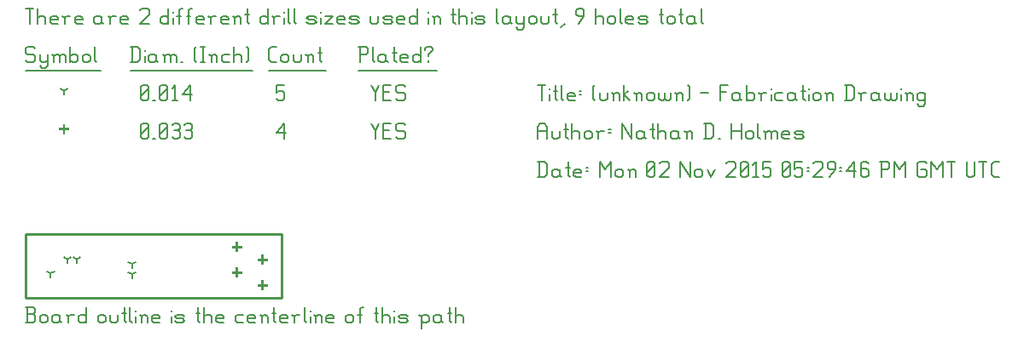
<source format=gbr>
G04 start of page 12 for group -3984 idx -3984 *
G04 Title: (unknown), fab *
G04 Creator: pcb 20140316 *
G04 CreationDate: Mon 02 Nov 2015 05:29:46 PM GMT UTC *
G04 For: ndholmes *
G04 Format: Gerber/RS-274X *
G04 PCB-Dimensions (mil): 1000.00 250.00 *
G04 PCB-Coordinate-Origin: lower left *
%MOIN*%
%FSLAX25Y25*%
%LNFAB*%
%ADD42C,0.0100*%
%ADD41C,0.0075*%
%ADD40C,0.0060*%
%ADD39R,0.0080X0.0080*%
G54D39*X92500Y6600D02*Y3400D01*
X90900Y5000D02*X94100D01*
X82500Y11600D02*Y8400D01*
X80900Y10000D02*X84100D01*
X92500Y16600D02*Y13400D01*
X90900Y15000D02*X94100D01*
X82500Y21600D02*Y18400D01*
X80900Y20000D02*X84100D01*
X15000Y67850D02*Y64650D01*
X13400Y66250D02*X16600D01*
G54D40*X135000Y68500D02*X136500Y65500D01*
X138000Y68500D01*
X136500Y65500D02*Y62500D01*
X139800Y65800D02*X142050D01*
X139800Y62500D02*X142800D01*
X139800Y68500D02*Y62500D01*
Y68500D02*X142800D01*
X147600D02*X148350Y67750D01*
X145350Y68500D02*X147600D01*
X144600Y67750D02*X145350Y68500D01*
X144600Y67750D02*Y66250D01*
X145350Y65500D01*
X147600D01*
X148350Y64750D01*
Y63250D01*
X147600Y62500D02*X148350Y63250D01*
X145350Y62500D02*X147600D01*
X144600Y63250D02*X145350Y62500D01*
X98000Y64750D02*X101000Y68500D01*
X98000Y64750D02*X101750D01*
X101000Y68500D02*Y62500D01*
X45000Y63250D02*X45750Y62500D01*
X45000Y67750D02*Y63250D01*
Y67750D02*X45750Y68500D01*
X47250D01*
X48000Y67750D01*
Y63250D01*
X47250Y62500D02*X48000Y63250D01*
X45750Y62500D02*X47250D01*
X45000Y64000D02*X48000Y67000D01*
X49800Y62500D02*X50550D01*
X52350Y63250D02*X53100Y62500D01*
X52350Y67750D02*Y63250D01*
Y67750D02*X53100Y68500D01*
X54600D01*
X55350Y67750D01*
Y63250D01*
X54600Y62500D02*X55350Y63250D01*
X53100Y62500D02*X54600D01*
X52350Y64000D02*X55350Y67000D01*
X57150Y67750D02*X57900Y68500D01*
X59400D01*
X60150Y67750D01*
X59400Y62500D02*X60150Y63250D01*
X57900Y62500D02*X59400D01*
X57150Y63250D02*X57900Y62500D01*
Y65800D02*X59400D01*
X60150Y67750D02*Y66550D01*
Y65050D02*Y63250D01*
Y65050D02*X59400Y65800D01*
X60150Y66550D02*X59400Y65800D01*
X61950Y67750D02*X62700Y68500D01*
X64200D01*
X64950Y67750D01*
X64200Y62500D02*X64950Y63250D01*
X62700Y62500D02*X64200D01*
X61950Y63250D02*X62700Y62500D01*
Y65800D02*X64200D01*
X64950Y67750D02*Y66550D01*
Y65050D02*Y63250D01*
Y65050D02*X64200Y65800D01*
X64950Y66550D02*X64200Y65800D01*
X41500Y13500D02*Y11900D01*
Y13500D02*X42887Y14300D01*
X41500Y13500D02*X40113Y14300D01*
X41500Y9500D02*Y7900D01*
Y9500D02*X42887Y10300D01*
X41500Y9500D02*X40113Y10300D01*
X19900Y15300D02*Y13700D01*
Y15300D02*X21287Y16100D01*
X19900Y15300D02*X18513Y16100D01*
X16200Y15300D02*Y13700D01*
Y15300D02*X17587Y16100D01*
X16200Y15300D02*X14813Y16100D01*
X9800Y9700D02*Y8100D01*
Y9700D02*X11187Y10500D01*
X9800Y9700D02*X8413Y10500D01*
X15000Y81250D02*Y79650D01*
Y81250D02*X16387Y82050D01*
X15000Y81250D02*X13613Y82050D01*
X135000Y83500D02*X136500Y80500D01*
X138000Y83500D01*
X136500Y80500D02*Y77500D01*
X139800Y80800D02*X142050D01*
X139800Y77500D02*X142800D01*
X139800Y83500D02*Y77500D01*
Y83500D02*X142800D01*
X147600D02*X148350Y82750D01*
X145350Y83500D02*X147600D01*
X144600Y82750D02*X145350Y83500D01*
X144600Y82750D02*Y81250D01*
X145350Y80500D01*
X147600D01*
X148350Y79750D01*
Y78250D01*
X147600Y77500D02*X148350Y78250D01*
X145350Y77500D02*X147600D01*
X144600Y78250D02*X145350Y77500D01*
X98000Y83500D02*X101000D01*
X98000D02*Y80500D01*
X98750Y81250D01*
X100250D01*
X101000Y80500D01*
Y78250D01*
X100250Y77500D02*X101000Y78250D01*
X98750Y77500D02*X100250D01*
X98000Y78250D02*X98750Y77500D01*
X45000Y78250D02*X45750Y77500D01*
X45000Y82750D02*Y78250D01*
Y82750D02*X45750Y83500D01*
X47250D01*
X48000Y82750D01*
Y78250D01*
X47250Y77500D02*X48000Y78250D01*
X45750Y77500D02*X47250D01*
X45000Y79000D02*X48000Y82000D01*
X49800Y77500D02*X50550D01*
X52350Y78250D02*X53100Y77500D01*
X52350Y82750D02*Y78250D01*
Y82750D02*X53100Y83500D01*
X54600D01*
X55350Y82750D01*
Y78250D01*
X54600Y77500D02*X55350Y78250D01*
X53100Y77500D02*X54600D01*
X52350Y79000D02*X55350Y82000D01*
X57150Y82300D02*X58350Y83500D01*
Y77500D01*
X57150D02*X59400D01*
X61200Y79750D02*X64200Y83500D01*
X61200Y79750D02*X64950D01*
X64200Y83500D02*Y77500D01*
X3000Y98500D02*X3750Y97750D01*
X750Y98500D02*X3000D01*
X0Y97750D02*X750Y98500D01*
X0Y97750D02*Y96250D01*
X750Y95500D01*
X3000D01*
X3750Y94750D01*
Y93250D01*
X3000Y92500D02*X3750Y93250D01*
X750Y92500D02*X3000D01*
X0Y93250D02*X750Y92500D01*
X5550Y95500D02*Y93250D01*
X6300Y92500D01*
X8550Y95500D02*Y91000D01*
X7800Y90250D02*X8550Y91000D01*
X6300Y90250D02*X7800D01*
X5550Y91000D02*X6300Y90250D01*
Y92500D02*X7800D01*
X8550Y93250D01*
X11100Y94750D02*Y92500D01*
Y94750D02*X11850Y95500D01*
X12600D01*
X13350Y94750D01*
Y92500D01*
Y94750D02*X14100Y95500D01*
X14850D01*
X15600Y94750D01*
Y92500D01*
X10350Y95500D02*X11100Y94750D01*
X17400Y98500D02*Y92500D01*
Y93250D02*X18150Y92500D01*
X19650D01*
X20400Y93250D01*
Y94750D02*Y93250D01*
X19650Y95500D02*X20400Y94750D01*
X18150Y95500D02*X19650D01*
X17400Y94750D02*X18150Y95500D01*
X22200Y94750D02*Y93250D01*
Y94750D02*X22950Y95500D01*
X24450D01*
X25200Y94750D01*
Y93250D01*
X24450Y92500D02*X25200Y93250D01*
X22950Y92500D02*X24450D01*
X22200Y93250D02*X22950Y92500D01*
X27000Y98500D02*Y93250D01*
X27750Y92500D01*
X0Y89250D02*X29250D01*
X41750Y98500D02*Y92500D01*
X43700Y98500D02*X44750Y97450D01*
Y93550D01*
X43700Y92500D02*X44750Y93550D01*
X41000Y92500D02*X43700D01*
X41000Y98500D02*X43700D01*
G54D41*X46550Y97000D02*Y96850D01*
G54D40*Y94750D02*Y92500D01*
X50300Y95500D02*X51050Y94750D01*
X48800Y95500D02*X50300D01*
X48050Y94750D02*X48800Y95500D01*
X48050Y94750D02*Y93250D01*
X48800Y92500D01*
X51050Y95500D02*Y93250D01*
X51800Y92500D01*
X48800D02*X50300D01*
X51050Y93250D01*
X54350Y94750D02*Y92500D01*
Y94750D02*X55100Y95500D01*
X55850D01*
X56600Y94750D01*
Y92500D01*
Y94750D02*X57350Y95500D01*
X58100D01*
X58850Y94750D01*
Y92500D01*
X53600Y95500D02*X54350Y94750D01*
X60650Y92500D02*X61400D01*
X65900Y93250D02*X66650Y92500D01*
X65900Y97750D02*X66650Y98500D01*
X65900Y97750D02*Y93250D01*
X68450Y98500D02*X69950D01*
X69200D02*Y92500D01*
X68450D02*X69950D01*
X72500Y94750D02*Y92500D01*
Y94750D02*X73250Y95500D01*
X74000D01*
X74750Y94750D01*
Y92500D01*
X71750Y95500D02*X72500Y94750D01*
X77300Y95500D02*X79550D01*
X76550Y94750D02*X77300Y95500D01*
X76550Y94750D02*Y93250D01*
X77300Y92500D01*
X79550D01*
X81350Y98500D02*Y92500D01*
Y94750D02*X82100Y95500D01*
X83600D01*
X84350Y94750D01*
Y92500D01*
X86150Y98500D02*X86900Y97750D01*
Y93250D01*
X86150Y92500D02*X86900Y93250D01*
X41000Y89250D02*X88700D01*
X96050Y92500D02*X98000D01*
X95000Y93550D02*X96050Y92500D01*
X95000Y97450D02*Y93550D01*
Y97450D02*X96050Y98500D01*
X98000D01*
X99800Y94750D02*Y93250D01*
Y94750D02*X100550Y95500D01*
X102050D01*
X102800Y94750D01*
Y93250D01*
X102050Y92500D02*X102800Y93250D01*
X100550Y92500D02*X102050D01*
X99800Y93250D02*X100550Y92500D01*
X104600Y95500D02*Y93250D01*
X105350Y92500D01*
X106850D01*
X107600Y93250D01*
Y95500D02*Y93250D01*
X110150Y94750D02*Y92500D01*
Y94750D02*X110900Y95500D01*
X111650D01*
X112400Y94750D01*
Y92500D01*
X109400Y95500D02*X110150Y94750D01*
X114950Y98500D02*Y93250D01*
X115700Y92500D01*
X114200Y96250D02*X115700D01*
X95000Y89250D02*X117200D01*
X130750Y98500D02*Y92500D01*
X130000Y98500D02*X133000D01*
X133750Y97750D01*
Y96250D01*
X133000Y95500D02*X133750Y96250D01*
X130750Y95500D02*X133000D01*
X135550Y98500D02*Y93250D01*
X136300Y92500D01*
X140050Y95500D02*X140800Y94750D01*
X138550Y95500D02*X140050D01*
X137800Y94750D02*X138550Y95500D01*
X137800Y94750D02*Y93250D01*
X138550Y92500D01*
X140800Y95500D02*Y93250D01*
X141550Y92500D01*
X138550D02*X140050D01*
X140800Y93250D01*
X144100Y98500D02*Y93250D01*
X144850Y92500D01*
X143350Y96250D02*X144850D01*
X147100Y92500D02*X149350D01*
X146350Y93250D02*X147100Y92500D01*
X146350Y94750D02*Y93250D01*
Y94750D02*X147100Y95500D01*
X148600D01*
X149350Y94750D01*
X146350Y94000D02*X149350D01*
Y94750D02*Y94000D01*
X154150Y98500D02*Y92500D01*
X153400D02*X154150Y93250D01*
X151900Y92500D02*X153400D01*
X151150Y93250D02*X151900Y92500D01*
X151150Y94750D02*Y93250D01*
Y94750D02*X151900Y95500D01*
X153400D01*
X154150Y94750D01*
X157450Y95500D02*Y94750D01*
Y93250D02*Y92500D01*
X155950Y97750D02*Y97000D01*
Y97750D02*X156700Y98500D01*
X158200D01*
X158950Y97750D01*
Y97000D01*
X157450Y95500D02*X158950Y97000D01*
X130000Y89250D02*X160750D01*
X0Y113500D02*X3000D01*
X1500D02*Y107500D01*
X4800Y113500D02*Y107500D01*
Y109750D02*X5550Y110500D01*
X7050D01*
X7800Y109750D01*
Y107500D01*
X10350D02*X12600D01*
X9600Y108250D02*X10350Y107500D01*
X9600Y109750D02*Y108250D01*
Y109750D02*X10350Y110500D01*
X11850D01*
X12600Y109750D01*
X9600Y109000D02*X12600D01*
Y109750D02*Y109000D01*
X15150Y109750D02*Y107500D01*
Y109750D02*X15900Y110500D01*
X17400D01*
X14400D02*X15150Y109750D01*
X19950Y107500D02*X22200D01*
X19200Y108250D02*X19950Y107500D01*
X19200Y109750D02*Y108250D01*
Y109750D02*X19950Y110500D01*
X21450D01*
X22200Y109750D01*
X19200Y109000D02*X22200D01*
Y109750D02*Y109000D01*
X28950Y110500D02*X29700Y109750D01*
X27450Y110500D02*X28950D01*
X26700Y109750D02*X27450Y110500D01*
X26700Y109750D02*Y108250D01*
X27450Y107500D01*
X29700Y110500D02*Y108250D01*
X30450Y107500D01*
X27450D02*X28950D01*
X29700Y108250D01*
X33000Y109750D02*Y107500D01*
Y109750D02*X33750Y110500D01*
X35250D01*
X32250D02*X33000Y109750D01*
X37800Y107500D02*X40050D01*
X37050Y108250D02*X37800Y107500D01*
X37050Y109750D02*Y108250D01*
Y109750D02*X37800Y110500D01*
X39300D01*
X40050Y109750D01*
X37050Y109000D02*X40050D01*
Y109750D02*Y109000D01*
X44550Y112750D02*X45300Y113500D01*
X47550D01*
X48300Y112750D01*
Y111250D01*
X44550Y107500D02*X48300Y111250D01*
X44550Y107500D02*X48300D01*
X55800Y113500D02*Y107500D01*
X55050D02*X55800Y108250D01*
X53550Y107500D02*X55050D01*
X52800Y108250D02*X53550Y107500D01*
X52800Y109750D02*Y108250D01*
Y109750D02*X53550Y110500D01*
X55050D01*
X55800Y109750D01*
G54D41*X57600Y112000D02*Y111850D01*
G54D40*Y109750D02*Y107500D01*
X59850Y112750D02*Y107500D01*
Y112750D02*X60600Y113500D01*
X61350D01*
X59100Y110500D02*X60600D01*
X63600Y112750D02*Y107500D01*
Y112750D02*X64350Y113500D01*
X65100D01*
X62850Y110500D02*X64350D01*
X67350Y107500D02*X69600D01*
X66600Y108250D02*X67350Y107500D01*
X66600Y109750D02*Y108250D01*
Y109750D02*X67350Y110500D01*
X68850D01*
X69600Y109750D01*
X66600Y109000D02*X69600D01*
Y109750D02*Y109000D01*
X72150Y109750D02*Y107500D01*
Y109750D02*X72900Y110500D01*
X74400D01*
X71400D02*X72150Y109750D01*
X76950Y107500D02*X79200D01*
X76200Y108250D02*X76950Y107500D01*
X76200Y109750D02*Y108250D01*
Y109750D02*X76950Y110500D01*
X78450D01*
X79200Y109750D01*
X76200Y109000D02*X79200D01*
Y109750D02*Y109000D01*
X81750Y109750D02*Y107500D01*
Y109750D02*X82500Y110500D01*
X83250D01*
X84000Y109750D01*
Y107500D01*
X81000Y110500D02*X81750Y109750D01*
X86550Y113500D02*Y108250D01*
X87300Y107500D01*
X85800Y111250D02*X87300D01*
X94500Y113500D02*Y107500D01*
X93750D02*X94500Y108250D01*
X92250Y107500D02*X93750D01*
X91500Y108250D02*X92250Y107500D01*
X91500Y109750D02*Y108250D01*
Y109750D02*X92250Y110500D01*
X93750D01*
X94500Y109750D01*
X97050D02*Y107500D01*
Y109750D02*X97800Y110500D01*
X99300D01*
X96300D02*X97050Y109750D01*
G54D41*X101100Y112000D02*Y111850D01*
G54D40*Y109750D02*Y107500D01*
X102600Y113500D02*Y108250D01*
X103350Y107500D01*
X104850Y113500D02*Y108250D01*
X105600Y107500D01*
X110550D02*X112800D01*
X113550Y108250D01*
X112800Y109000D02*X113550Y108250D01*
X110550Y109000D02*X112800D01*
X109800Y109750D02*X110550Y109000D01*
X109800Y109750D02*X110550Y110500D01*
X112800D01*
X113550Y109750D01*
X109800Y108250D02*X110550Y107500D01*
G54D41*X115350Y112000D02*Y111850D01*
G54D40*Y109750D02*Y107500D01*
X116850Y110500D02*X119850D01*
X116850Y107500D02*X119850Y110500D01*
X116850Y107500D02*X119850D01*
X122400D02*X124650D01*
X121650Y108250D02*X122400Y107500D01*
X121650Y109750D02*Y108250D01*
Y109750D02*X122400Y110500D01*
X123900D01*
X124650Y109750D01*
X121650Y109000D02*X124650D01*
Y109750D02*Y109000D01*
X127200Y107500D02*X129450D01*
X130200Y108250D01*
X129450Y109000D02*X130200Y108250D01*
X127200Y109000D02*X129450D01*
X126450Y109750D02*X127200Y109000D01*
X126450Y109750D02*X127200Y110500D01*
X129450D01*
X130200Y109750D01*
X126450Y108250D02*X127200Y107500D01*
X134700Y110500D02*Y108250D01*
X135450Y107500D01*
X136950D01*
X137700Y108250D01*
Y110500D02*Y108250D01*
X140250Y107500D02*X142500D01*
X143250Y108250D01*
X142500Y109000D02*X143250Y108250D01*
X140250Y109000D02*X142500D01*
X139500Y109750D02*X140250Y109000D01*
X139500Y109750D02*X140250Y110500D01*
X142500D01*
X143250Y109750D01*
X139500Y108250D02*X140250Y107500D01*
X145800D02*X148050D01*
X145050Y108250D02*X145800Y107500D01*
X145050Y109750D02*Y108250D01*
Y109750D02*X145800Y110500D01*
X147300D01*
X148050Y109750D01*
X145050Y109000D02*X148050D01*
Y109750D02*Y109000D01*
X152850Y113500D02*Y107500D01*
X152100D02*X152850Y108250D01*
X150600Y107500D02*X152100D01*
X149850Y108250D02*X150600Y107500D01*
X149850Y109750D02*Y108250D01*
Y109750D02*X150600Y110500D01*
X152100D01*
X152850Y109750D01*
G54D41*X157350Y112000D02*Y111850D01*
G54D40*Y109750D02*Y107500D01*
X159600Y109750D02*Y107500D01*
Y109750D02*X160350Y110500D01*
X161100D01*
X161850Y109750D01*
Y107500D01*
X158850Y110500D02*X159600Y109750D01*
X167100Y113500D02*Y108250D01*
X167850Y107500D01*
X166350Y111250D02*X167850D01*
X169350Y113500D02*Y107500D01*
Y109750D02*X170100Y110500D01*
X171600D01*
X172350Y109750D01*
Y107500D01*
G54D41*X174150Y112000D02*Y111850D01*
G54D40*Y109750D02*Y107500D01*
X176400D02*X178650D01*
X179400Y108250D01*
X178650Y109000D02*X179400Y108250D01*
X176400Y109000D02*X178650D01*
X175650Y109750D02*X176400Y109000D01*
X175650Y109750D02*X176400Y110500D01*
X178650D01*
X179400Y109750D01*
X175650Y108250D02*X176400Y107500D01*
X183900Y113500D02*Y108250D01*
X184650Y107500D01*
X188400Y110500D02*X189150Y109750D01*
X186900Y110500D02*X188400D01*
X186150Y109750D02*X186900Y110500D01*
X186150Y109750D02*Y108250D01*
X186900Y107500D01*
X189150Y110500D02*Y108250D01*
X189900Y107500D01*
X186900D02*X188400D01*
X189150Y108250D01*
X191700Y110500D02*Y108250D01*
X192450Y107500D01*
X194700Y110500D02*Y106000D01*
X193950Y105250D02*X194700Y106000D01*
X192450Y105250D02*X193950D01*
X191700Y106000D02*X192450Y105250D01*
Y107500D02*X193950D01*
X194700Y108250D01*
X196500Y109750D02*Y108250D01*
Y109750D02*X197250Y110500D01*
X198750D01*
X199500Y109750D01*
Y108250D01*
X198750Y107500D02*X199500Y108250D01*
X197250Y107500D02*X198750D01*
X196500Y108250D02*X197250Y107500D01*
X201300Y110500D02*Y108250D01*
X202050Y107500D01*
X203550D01*
X204300Y108250D01*
Y110500D02*Y108250D01*
X206850Y113500D02*Y108250D01*
X207600Y107500D01*
X206100Y111250D02*X207600D01*
X209100Y106000D02*X210600Y107500D01*
X215850D02*X218100Y110500D01*
Y112750D02*Y110500D01*
X217350Y113500D02*X218100Y112750D01*
X215850Y113500D02*X217350D01*
X215100Y112750D02*X215850Y113500D01*
X215100Y112750D02*Y111250D01*
X215850Y110500D01*
X218100D01*
X222600Y113500D02*Y107500D01*
Y109750D02*X223350Y110500D01*
X224850D01*
X225600Y109750D01*
Y107500D01*
X227400Y109750D02*Y108250D01*
Y109750D02*X228150Y110500D01*
X229650D01*
X230400Y109750D01*
Y108250D01*
X229650Y107500D02*X230400Y108250D01*
X228150Y107500D02*X229650D01*
X227400Y108250D02*X228150Y107500D01*
X232200Y113500D02*Y108250D01*
X232950Y107500D01*
X235200D02*X237450D01*
X234450Y108250D02*X235200Y107500D01*
X234450Y109750D02*Y108250D01*
Y109750D02*X235200Y110500D01*
X236700D01*
X237450Y109750D01*
X234450Y109000D02*X237450D01*
Y109750D02*Y109000D01*
X240000Y107500D02*X242250D01*
X243000Y108250D01*
X242250Y109000D02*X243000Y108250D01*
X240000Y109000D02*X242250D01*
X239250Y109750D02*X240000Y109000D01*
X239250Y109750D02*X240000Y110500D01*
X242250D01*
X243000Y109750D01*
X239250Y108250D02*X240000Y107500D01*
X248250Y113500D02*Y108250D01*
X249000Y107500D01*
X247500Y111250D02*X249000D01*
X250500Y109750D02*Y108250D01*
Y109750D02*X251250Y110500D01*
X252750D01*
X253500Y109750D01*
Y108250D01*
X252750Y107500D02*X253500Y108250D01*
X251250Y107500D02*X252750D01*
X250500Y108250D02*X251250Y107500D01*
X256050Y113500D02*Y108250D01*
X256800Y107500D01*
X255300Y111250D02*X256800D01*
X260550Y110500D02*X261300Y109750D01*
X259050Y110500D02*X260550D01*
X258300Y109750D02*X259050Y110500D01*
X258300Y109750D02*Y108250D01*
X259050Y107500D01*
X261300Y110500D02*Y108250D01*
X262050Y107500D01*
X259050D02*X260550D01*
X261300Y108250D01*
X263850Y113500D02*Y108250D01*
X264600Y107500D01*
G54D42*X0Y0D02*X100000D01*
Y25000D01*
X0D01*
Y0D01*
G54D40*Y-9500D02*X3000D01*
X3750Y-8750D01*
Y-6950D02*Y-8750D01*
X3000Y-6200D02*X3750Y-6950D01*
X750Y-6200D02*X3000D01*
X750Y-3500D02*Y-9500D01*
X0Y-3500D02*X3000D01*
X3750Y-4250D01*
Y-5450D01*
X3000Y-6200D02*X3750Y-5450D01*
X5550Y-7250D02*Y-8750D01*
Y-7250D02*X6300Y-6500D01*
X7800D01*
X8550Y-7250D01*
Y-8750D01*
X7800Y-9500D02*X8550Y-8750D01*
X6300Y-9500D02*X7800D01*
X5550Y-8750D02*X6300Y-9500D01*
X12600Y-6500D02*X13350Y-7250D01*
X11100Y-6500D02*X12600D01*
X10350Y-7250D02*X11100Y-6500D01*
X10350Y-7250D02*Y-8750D01*
X11100Y-9500D01*
X13350Y-6500D02*Y-8750D01*
X14100Y-9500D01*
X11100D02*X12600D01*
X13350Y-8750D01*
X16650Y-7250D02*Y-9500D01*
Y-7250D02*X17400Y-6500D01*
X18900D01*
X15900D02*X16650Y-7250D01*
X23700Y-3500D02*Y-9500D01*
X22950D02*X23700Y-8750D01*
X21450Y-9500D02*X22950D01*
X20700Y-8750D02*X21450Y-9500D01*
X20700Y-7250D02*Y-8750D01*
Y-7250D02*X21450Y-6500D01*
X22950D01*
X23700Y-7250D01*
X28200D02*Y-8750D01*
Y-7250D02*X28950Y-6500D01*
X30450D01*
X31200Y-7250D01*
Y-8750D01*
X30450Y-9500D02*X31200Y-8750D01*
X28950Y-9500D02*X30450D01*
X28200Y-8750D02*X28950Y-9500D01*
X33000Y-6500D02*Y-8750D01*
X33750Y-9500D01*
X35250D01*
X36000Y-8750D01*
Y-6500D02*Y-8750D01*
X38550Y-3500D02*Y-8750D01*
X39300Y-9500D01*
X37800Y-5750D02*X39300D01*
X40800Y-3500D02*Y-8750D01*
X41550Y-9500D01*
G54D41*X43050Y-5000D02*Y-5150D01*
G54D40*Y-7250D02*Y-9500D01*
X45300Y-7250D02*Y-9500D01*
Y-7250D02*X46050Y-6500D01*
X46800D01*
X47550Y-7250D01*
Y-9500D01*
X44550Y-6500D02*X45300Y-7250D01*
X50100Y-9500D02*X52350D01*
X49350Y-8750D02*X50100Y-9500D01*
X49350Y-7250D02*Y-8750D01*
Y-7250D02*X50100Y-6500D01*
X51600D01*
X52350Y-7250D01*
X49350Y-8000D02*X52350D01*
Y-7250D02*Y-8000D01*
G54D41*X56850Y-5000D02*Y-5150D01*
G54D40*Y-7250D02*Y-9500D01*
X59100D02*X61350D01*
X62100Y-8750D01*
X61350Y-8000D02*X62100Y-8750D01*
X59100Y-8000D02*X61350D01*
X58350Y-7250D02*X59100Y-8000D01*
X58350Y-7250D02*X59100Y-6500D01*
X61350D01*
X62100Y-7250D01*
X58350Y-8750D02*X59100Y-9500D01*
X67350Y-3500D02*Y-8750D01*
X68100Y-9500D01*
X66600Y-5750D02*X68100D01*
X69600Y-3500D02*Y-9500D01*
Y-7250D02*X70350Y-6500D01*
X71850D01*
X72600Y-7250D01*
Y-9500D01*
X75150D02*X77400D01*
X74400Y-8750D02*X75150Y-9500D01*
X74400Y-7250D02*Y-8750D01*
Y-7250D02*X75150Y-6500D01*
X76650D01*
X77400Y-7250D01*
X74400Y-8000D02*X77400D01*
Y-7250D02*Y-8000D01*
X82650Y-6500D02*X84900D01*
X81900Y-7250D02*X82650Y-6500D01*
X81900Y-7250D02*Y-8750D01*
X82650Y-9500D01*
X84900D01*
X87450D02*X89700D01*
X86700Y-8750D02*X87450Y-9500D01*
X86700Y-7250D02*Y-8750D01*
Y-7250D02*X87450Y-6500D01*
X88950D01*
X89700Y-7250D01*
X86700Y-8000D02*X89700D01*
Y-7250D02*Y-8000D01*
X92250Y-7250D02*Y-9500D01*
Y-7250D02*X93000Y-6500D01*
X93750D01*
X94500Y-7250D01*
Y-9500D01*
X91500Y-6500D02*X92250Y-7250D01*
X97050Y-3500D02*Y-8750D01*
X97800Y-9500D01*
X96300Y-5750D02*X97800D01*
X100050Y-9500D02*X102300D01*
X99300Y-8750D02*X100050Y-9500D01*
X99300Y-7250D02*Y-8750D01*
Y-7250D02*X100050Y-6500D01*
X101550D01*
X102300Y-7250D01*
X99300Y-8000D02*X102300D01*
Y-7250D02*Y-8000D01*
X104850Y-7250D02*Y-9500D01*
Y-7250D02*X105600Y-6500D01*
X107100D01*
X104100D02*X104850Y-7250D01*
X108900Y-3500D02*Y-8750D01*
X109650Y-9500D01*
G54D41*X111150Y-5000D02*Y-5150D01*
G54D40*Y-7250D02*Y-9500D01*
X113400Y-7250D02*Y-9500D01*
Y-7250D02*X114150Y-6500D01*
X114900D01*
X115650Y-7250D01*
Y-9500D01*
X112650Y-6500D02*X113400Y-7250D01*
X118200Y-9500D02*X120450D01*
X117450Y-8750D02*X118200Y-9500D01*
X117450Y-7250D02*Y-8750D01*
Y-7250D02*X118200Y-6500D01*
X119700D01*
X120450Y-7250D01*
X117450Y-8000D02*X120450D01*
Y-7250D02*Y-8000D01*
X124950Y-7250D02*Y-8750D01*
Y-7250D02*X125700Y-6500D01*
X127200D01*
X127950Y-7250D01*
Y-8750D01*
X127200Y-9500D02*X127950Y-8750D01*
X125700Y-9500D02*X127200D01*
X124950Y-8750D02*X125700Y-9500D01*
X130500Y-4250D02*Y-9500D01*
Y-4250D02*X131250Y-3500D01*
X132000D01*
X129750Y-6500D02*X131250D01*
X136950Y-3500D02*Y-8750D01*
X137700Y-9500D01*
X136200Y-5750D02*X137700D01*
X139200Y-3500D02*Y-9500D01*
Y-7250D02*X139950Y-6500D01*
X141450D01*
X142200Y-7250D01*
Y-9500D01*
G54D41*X144000Y-5000D02*Y-5150D01*
G54D40*Y-7250D02*Y-9500D01*
X146250D02*X148500D01*
X149250Y-8750D01*
X148500Y-8000D02*X149250Y-8750D01*
X146250Y-8000D02*X148500D01*
X145500Y-7250D02*X146250Y-8000D01*
X145500Y-7250D02*X146250Y-6500D01*
X148500D01*
X149250Y-7250D01*
X145500Y-8750D02*X146250Y-9500D01*
X154500Y-7250D02*Y-11750D01*
X153750Y-6500D02*X154500Y-7250D01*
X155250Y-6500D01*
X156750D01*
X157500Y-7250D01*
Y-8750D01*
X156750Y-9500D02*X157500Y-8750D01*
X155250Y-9500D02*X156750D01*
X154500Y-8750D02*X155250Y-9500D01*
X161550Y-6500D02*X162300Y-7250D01*
X160050Y-6500D02*X161550D01*
X159300Y-7250D02*X160050Y-6500D01*
X159300Y-7250D02*Y-8750D01*
X160050Y-9500D01*
X162300Y-6500D02*Y-8750D01*
X163050Y-9500D01*
X160050D02*X161550D01*
X162300Y-8750D01*
X165600Y-3500D02*Y-8750D01*
X166350Y-9500D01*
X164850Y-5750D02*X166350D01*
X167850Y-3500D02*Y-9500D01*
Y-7250D02*X168600Y-6500D01*
X170100D01*
X170850Y-7250D01*
Y-9500D01*
X200750Y53500D02*Y47500D01*
X202700Y53500D02*X203750Y52450D01*
Y48550D01*
X202700Y47500D02*X203750Y48550D01*
X200000Y47500D02*X202700D01*
X200000Y53500D02*X202700D01*
X207800Y50500D02*X208550Y49750D01*
X206300Y50500D02*X207800D01*
X205550Y49750D02*X206300Y50500D01*
X205550Y49750D02*Y48250D01*
X206300Y47500D01*
X208550Y50500D02*Y48250D01*
X209300Y47500D01*
X206300D02*X207800D01*
X208550Y48250D01*
X211850Y53500D02*Y48250D01*
X212600Y47500D01*
X211100Y51250D02*X212600D01*
X214850Y47500D02*X217100D01*
X214100Y48250D02*X214850Y47500D01*
X214100Y49750D02*Y48250D01*
Y49750D02*X214850Y50500D01*
X216350D01*
X217100Y49750D01*
X214100Y49000D02*X217100D01*
Y49750D02*Y49000D01*
X218900Y51250D02*X219650D01*
X218900Y49750D02*X219650D01*
X224150Y53500D02*Y47500D01*
Y53500D02*X226400Y50500D01*
X228650Y53500D01*
Y47500D01*
X230450Y49750D02*Y48250D01*
Y49750D02*X231200Y50500D01*
X232700D01*
X233450Y49750D01*
Y48250D01*
X232700Y47500D02*X233450Y48250D01*
X231200Y47500D02*X232700D01*
X230450Y48250D02*X231200Y47500D01*
X236000Y49750D02*Y47500D01*
Y49750D02*X236750Y50500D01*
X237500D01*
X238250Y49750D01*
Y47500D01*
X235250Y50500D02*X236000Y49750D01*
X242750Y48250D02*X243500Y47500D01*
X242750Y52750D02*Y48250D01*
Y52750D02*X243500Y53500D01*
X245000D01*
X245750Y52750D01*
Y48250D01*
X245000Y47500D02*X245750Y48250D01*
X243500Y47500D02*X245000D01*
X242750Y49000D02*X245750Y52000D01*
X247550Y52750D02*X248300Y53500D01*
X250550D01*
X251300Y52750D01*
Y51250D01*
X247550Y47500D02*X251300Y51250D01*
X247550Y47500D02*X251300D01*
X255800Y53500D02*Y47500D01*
Y53500D02*X259550Y47500D01*
Y53500D02*Y47500D01*
X261350Y49750D02*Y48250D01*
Y49750D02*X262100Y50500D01*
X263600D01*
X264350Y49750D01*
Y48250D01*
X263600Y47500D02*X264350Y48250D01*
X262100Y47500D02*X263600D01*
X261350Y48250D02*X262100Y47500D01*
X266150Y50500D02*X267650Y47500D01*
X269150Y50500D02*X267650Y47500D01*
X273650Y52750D02*X274400Y53500D01*
X276650D01*
X277400Y52750D01*
Y51250D01*
X273650Y47500D02*X277400Y51250D01*
X273650Y47500D02*X277400D01*
X279200Y48250D02*X279950Y47500D01*
X279200Y52750D02*Y48250D01*
Y52750D02*X279950Y53500D01*
X281450D01*
X282200Y52750D01*
Y48250D01*
X281450Y47500D02*X282200Y48250D01*
X279950Y47500D02*X281450D01*
X279200Y49000D02*X282200Y52000D01*
X284000Y52300D02*X285200Y53500D01*
Y47500D01*
X284000D02*X286250D01*
X288050Y53500D02*X291050D01*
X288050D02*Y50500D01*
X288800Y51250D01*
X290300D01*
X291050Y50500D01*
Y48250D01*
X290300Y47500D02*X291050Y48250D01*
X288800Y47500D02*X290300D01*
X288050Y48250D02*X288800Y47500D01*
X295550Y48250D02*X296300Y47500D01*
X295550Y52750D02*Y48250D01*
Y52750D02*X296300Y53500D01*
X297800D01*
X298550Y52750D01*
Y48250D01*
X297800Y47500D02*X298550Y48250D01*
X296300Y47500D02*X297800D01*
X295550Y49000D02*X298550Y52000D01*
X300350Y53500D02*X303350D01*
X300350D02*Y50500D01*
X301100Y51250D01*
X302600D01*
X303350Y50500D01*
Y48250D01*
X302600Y47500D02*X303350Y48250D01*
X301100Y47500D02*X302600D01*
X300350Y48250D02*X301100Y47500D01*
X305150Y51250D02*X305900D01*
X305150Y49750D02*X305900D01*
X307700Y52750D02*X308450Y53500D01*
X310700D01*
X311450Y52750D01*
Y51250D01*
X307700Y47500D02*X311450Y51250D01*
X307700Y47500D02*X311450D01*
X314000D02*X316250Y50500D01*
Y52750D02*Y50500D01*
X315500Y53500D02*X316250Y52750D01*
X314000Y53500D02*X315500D01*
X313250Y52750D02*X314000Y53500D01*
X313250Y52750D02*Y51250D01*
X314000Y50500D01*
X316250D01*
X318050Y51250D02*X318800D01*
X318050Y49750D02*X318800D01*
X320600D02*X323600Y53500D01*
X320600Y49750D02*X324350D01*
X323600Y53500D02*Y47500D01*
X328400Y53500D02*X329150Y52750D01*
X326900Y53500D02*X328400D01*
X326150Y52750D02*X326900Y53500D01*
X326150Y52750D02*Y48250D01*
X326900Y47500D01*
X328400Y50800D02*X329150Y50050D01*
X326150Y50800D02*X328400D01*
X326900Y47500D02*X328400D01*
X329150Y48250D01*
Y50050D02*Y48250D01*
X334400Y53500D02*Y47500D01*
X333650Y53500D02*X336650D01*
X337400Y52750D01*
Y51250D01*
X336650Y50500D02*X337400Y51250D01*
X334400Y50500D02*X336650D01*
X339200Y53500D02*Y47500D01*
Y53500D02*X341450Y50500D01*
X343700Y53500D01*
Y47500D01*
X351200Y53500D02*X351950Y52750D01*
X348950Y53500D02*X351200D01*
X348200Y52750D02*X348950Y53500D01*
X348200Y52750D02*Y48250D01*
X348950Y47500D01*
X351200D01*
X351950Y48250D01*
Y49750D02*Y48250D01*
X351200Y50500D02*X351950Y49750D01*
X349700Y50500D02*X351200D01*
X353750Y53500D02*Y47500D01*
Y53500D02*X356000Y50500D01*
X358250Y53500D01*
Y47500D01*
X360050Y53500D02*X363050D01*
X361550D02*Y47500D01*
X367550Y53500D02*Y48250D01*
X368300Y47500D01*
X369800D01*
X370550Y48250D01*
Y53500D02*Y48250D01*
X372350Y53500D02*X375350D01*
X373850D02*Y47500D01*
X378200D02*X380150D01*
X377150Y48550D02*X378200Y47500D01*
X377150Y52450D02*Y48550D01*
Y52450D02*X378200Y53500D01*
X380150D01*
X200000Y67000D02*Y62500D01*
Y67000D02*X201050Y68500D01*
X202700D01*
X203750Y67000D01*
Y62500D01*
X200000Y65500D02*X203750D01*
X205550D02*Y63250D01*
X206300Y62500D01*
X207800D01*
X208550Y63250D01*
Y65500D02*Y63250D01*
X211100Y68500D02*Y63250D01*
X211850Y62500D01*
X210350Y66250D02*X211850D01*
X213350Y68500D02*Y62500D01*
Y64750D02*X214100Y65500D01*
X215600D01*
X216350Y64750D01*
Y62500D01*
X218150Y64750D02*Y63250D01*
Y64750D02*X218900Y65500D01*
X220400D01*
X221150Y64750D01*
Y63250D01*
X220400Y62500D02*X221150Y63250D01*
X218900Y62500D02*X220400D01*
X218150Y63250D02*X218900Y62500D01*
X223700Y64750D02*Y62500D01*
Y64750D02*X224450Y65500D01*
X225950D01*
X222950D02*X223700Y64750D01*
X227750Y66250D02*X228500D01*
X227750Y64750D02*X228500D01*
X233000Y68500D02*Y62500D01*
Y68500D02*X236750Y62500D01*
Y68500D02*Y62500D01*
X240800Y65500D02*X241550Y64750D01*
X239300Y65500D02*X240800D01*
X238550Y64750D02*X239300Y65500D01*
X238550Y64750D02*Y63250D01*
X239300Y62500D01*
X241550Y65500D02*Y63250D01*
X242300Y62500D01*
X239300D02*X240800D01*
X241550Y63250D01*
X244850Y68500D02*Y63250D01*
X245600Y62500D01*
X244100Y66250D02*X245600D01*
X247100Y68500D02*Y62500D01*
Y64750D02*X247850Y65500D01*
X249350D01*
X250100Y64750D01*
Y62500D01*
X254150Y65500D02*X254900Y64750D01*
X252650Y65500D02*X254150D01*
X251900Y64750D02*X252650Y65500D01*
X251900Y64750D02*Y63250D01*
X252650Y62500D01*
X254900Y65500D02*Y63250D01*
X255650Y62500D01*
X252650D02*X254150D01*
X254900Y63250D01*
X258200Y64750D02*Y62500D01*
Y64750D02*X258950Y65500D01*
X259700D01*
X260450Y64750D01*
Y62500D01*
X257450Y65500D02*X258200Y64750D01*
X265700Y68500D02*Y62500D01*
X267650Y68500D02*X268700Y67450D01*
Y63550D01*
X267650Y62500D02*X268700Y63550D01*
X264950Y62500D02*X267650D01*
X264950Y68500D02*X267650D01*
X270500Y62500D02*X271250D01*
X275750Y68500D02*Y62500D01*
X279500Y68500D02*Y62500D01*
X275750Y65500D02*X279500D01*
X281300Y64750D02*Y63250D01*
Y64750D02*X282050Y65500D01*
X283550D01*
X284300Y64750D01*
Y63250D01*
X283550Y62500D02*X284300Y63250D01*
X282050Y62500D02*X283550D01*
X281300Y63250D02*X282050Y62500D01*
X286100Y68500D02*Y63250D01*
X286850Y62500D01*
X289100Y64750D02*Y62500D01*
Y64750D02*X289850Y65500D01*
X290600D01*
X291350Y64750D01*
Y62500D01*
Y64750D02*X292100Y65500D01*
X292850D01*
X293600Y64750D01*
Y62500D01*
X288350Y65500D02*X289100Y64750D01*
X296150Y62500D02*X298400D01*
X295400Y63250D02*X296150Y62500D01*
X295400Y64750D02*Y63250D01*
Y64750D02*X296150Y65500D01*
X297650D01*
X298400Y64750D01*
X295400Y64000D02*X298400D01*
Y64750D02*Y64000D01*
X300950Y62500D02*X303200D01*
X303950Y63250D01*
X303200Y64000D02*X303950Y63250D01*
X300950Y64000D02*X303200D01*
X300200Y64750D02*X300950Y64000D01*
X300200Y64750D02*X300950Y65500D01*
X303200D01*
X303950Y64750D01*
X300200Y63250D02*X300950Y62500D01*
X200000Y83500D02*X203000D01*
X201500D02*Y77500D01*
G54D41*X204800Y82000D02*Y81850D01*
G54D40*Y79750D02*Y77500D01*
X207050Y83500D02*Y78250D01*
X207800Y77500D01*
X206300Y81250D02*X207800D01*
X209300Y83500D02*Y78250D01*
X210050Y77500D01*
X212300D02*X214550D01*
X211550Y78250D02*X212300Y77500D01*
X211550Y79750D02*Y78250D01*
Y79750D02*X212300Y80500D01*
X213800D01*
X214550Y79750D01*
X211550Y79000D02*X214550D01*
Y79750D02*Y79000D01*
X216350Y81250D02*X217100D01*
X216350Y79750D02*X217100D01*
X221600Y78250D02*X222350Y77500D01*
X221600Y82750D02*X222350Y83500D01*
X221600Y82750D02*Y78250D01*
X224150Y80500D02*Y78250D01*
X224900Y77500D01*
X226400D01*
X227150Y78250D01*
Y80500D02*Y78250D01*
X229700Y79750D02*Y77500D01*
Y79750D02*X230450Y80500D01*
X231200D01*
X231950Y79750D01*
Y77500D01*
X228950Y80500D02*X229700Y79750D01*
X233750Y83500D02*Y77500D01*
Y79750D02*X236000Y77500D01*
X233750Y79750D02*X235250Y81250D01*
X238550Y79750D02*Y77500D01*
Y79750D02*X239300Y80500D01*
X240050D01*
X240800Y79750D01*
Y77500D01*
X237800Y80500D02*X238550Y79750D01*
X242600D02*Y78250D01*
Y79750D02*X243350Y80500D01*
X244850D01*
X245600Y79750D01*
Y78250D01*
X244850Y77500D02*X245600Y78250D01*
X243350Y77500D02*X244850D01*
X242600Y78250D02*X243350Y77500D01*
X247400Y80500D02*Y78250D01*
X248150Y77500D01*
X248900D01*
X249650Y78250D01*
Y80500D02*Y78250D01*
X250400Y77500D01*
X251150D01*
X251900Y78250D01*
Y80500D02*Y78250D01*
X254450Y79750D02*Y77500D01*
Y79750D02*X255200Y80500D01*
X255950D01*
X256700Y79750D01*
Y77500D01*
X253700Y80500D02*X254450Y79750D01*
X258500Y83500D02*X259250Y82750D01*
Y78250D01*
X258500Y77500D02*X259250Y78250D01*
X263750Y80500D02*X266750D01*
X271250Y83500D02*Y77500D01*
Y83500D02*X274250D01*
X271250Y80800D02*X273500D01*
X278300Y80500D02*X279050Y79750D01*
X276800Y80500D02*X278300D01*
X276050Y79750D02*X276800Y80500D01*
X276050Y79750D02*Y78250D01*
X276800Y77500D01*
X279050Y80500D02*Y78250D01*
X279800Y77500D01*
X276800D02*X278300D01*
X279050Y78250D01*
X281600Y83500D02*Y77500D01*
Y78250D02*X282350Y77500D01*
X283850D01*
X284600Y78250D01*
Y79750D02*Y78250D01*
X283850Y80500D02*X284600Y79750D01*
X282350Y80500D02*X283850D01*
X281600Y79750D02*X282350Y80500D01*
X287150Y79750D02*Y77500D01*
Y79750D02*X287900Y80500D01*
X289400D01*
X286400D02*X287150Y79750D01*
G54D41*X291200Y82000D02*Y81850D01*
G54D40*Y79750D02*Y77500D01*
X293450Y80500D02*X295700D01*
X292700Y79750D02*X293450Y80500D01*
X292700Y79750D02*Y78250D01*
X293450Y77500D01*
X295700D01*
X299750Y80500D02*X300500Y79750D01*
X298250Y80500D02*X299750D01*
X297500Y79750D02*X298250Y80500D01*
X297500Y79750D02*Y78250D01*
X298250Y77500D01*
X300500Y80500D02*Y78250D01*
X301250Y77500D01*
X298250D02*X299750D01*
X300500Y78250D01*
X303800Y83500D02*Y78250D01*
X304550Y77500D01*
X303050Y81250D02*X304550D01*
G54D41*X306050Y82000D02*Y81850D01*
G54D40*Y79750D02*Y77500D01*
X307550Y79750D02*Y78250D01*
Y79750D02*X308300Y80500D01*
X309800D01*
X310550Y79750D01*
Y78250D01*
X309800Y77500D02*X310550Y78250D01*
X308300Y77500D02*X309800D01*
X307550Y78250D02*X308300Y77500D01*
X313100Y79750D02*Y77500D01*
Y79750D02*X313850Y80500D01*
X314600D01*
X315350Y79750D01*
Y77500D01*
X312350Y80500D02*X313100Y79750D01*
X320600Y83500D02*Y77500D01*
X322550Y83500D02*X323600Y82450D01*
Y78550D01*
X322550Y77500D02*X323600Y78550D01*
X319850Y77500D02*X322550D01*
X319850Y83500D02*X322550D01*
X326150Y79750D02*Y77500D01*
Y79750D02*X326900Y80500D01*
X328400D01*
X325400D02*X326150Y79750D01*
X332450Y80500D02*X333200Y79750D01*
X330950Y80500D02*X332450D01*
X330200Y79750D02*X330950Y80500D01*
X330200Y79750D02*Y78250D01*
X330950Y77500D01*
X333200Y80500D02*Y78250D01*
X333950Y77500D01*
X330950D02*X332450D01*
X333200Y78250D01*
X335750Y80500D02*Y78250D01*
X336500Y77500D01*
X337250D01*
X338000Y78250D01*
Y80500D02*Y78250D01*
X338750Y77500D01*
X339500D01*
X340250Y78250D01*
Y80500D02*Y78250D01*
G54D41*X342050Y82000D02*Y81850D01*
G54D40*Y79750D02*Y77500D01*
X344300Y79750D02*Y77500D01*
Y79750D02*X345050Y80500D01*
X345800D01*
X346550Y79750D01*
Y77500D01*
X343550Y80500D02*X344300Y79750D01*
X350600Y80500D02*X351350Y79750D01*
X349100Y80500D02*X350600D01*
X348350Y79750D02*X349100Y80500D01*
X348350Y79750D02*Y78250D01*
X349100Y77500D01*
X350600D01*
X351350Y78250D01*
X348350Y76000D02*X349100Y75250D01*
X350600D01*
X351350Y76000D01*
Y80500D02*Y76000D01*
M02*

</source>
